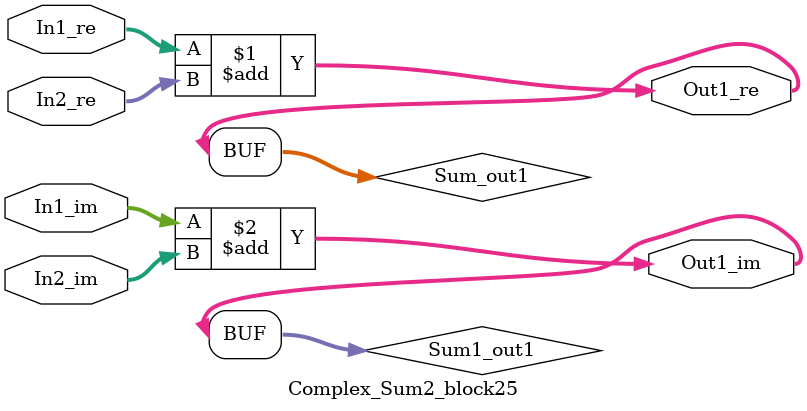
<source format=v>



`timescale 1 ns / 1 ns

module Complex_Sum2_block25
          (In1_re,
           In1_im,
           In2_re,
           In2_im,
           Out1_re,
           Out1_im);


  input   signed [36:0] In1_re;  // sfix37_En22
  input   signed [36:0] In1_im;  // sfix37_En22
  input   signed [36:0] In2_re;  // sfix37_En22
  input   signed [36:0] In2_im;  // sfix37_En22
  output  signed [36:0] Out1_re;  // sfix37_En22
  output  signed [36:0] Out1_im;  // sfix37_En22


  wire signed [36:0] Sum_out1;  // sfix37_En22
  wire signed [36:0] Sum1_out1;  // sfix37_En22


  assign Sum_out1 = In1_re + In2_re;



  assign Out1_re = Sum_out1;

  assign Sum1_out1 = In1_im + In2_im;



  assign Out1_im = Sum1_out1;

endmodule  // Complex_Sum2_block25


</source>
